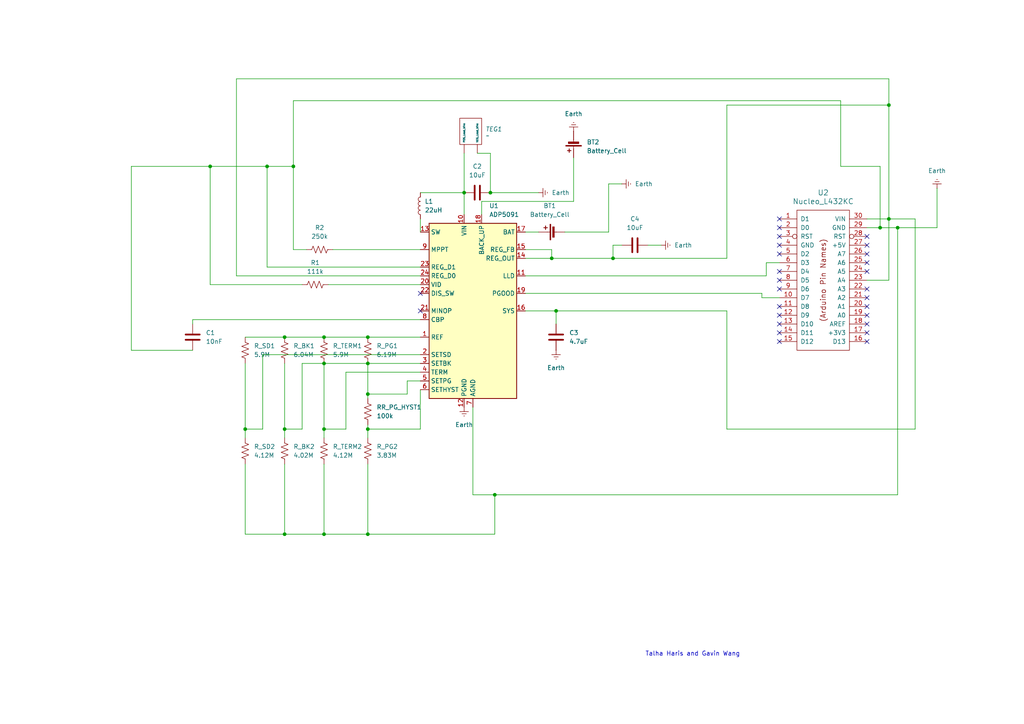
<source format=kicad_sch>
(kicad_sch (version 20231120) (generator "eeschema") (generator_version "8.0")
  (paper "A4")
  (lib_symbols
    (symbol "ADP5091_1"
      (property "Reference" "U" (at -10.16 26.67 0))
      (property "Value" "ADP5091" (at 7.62 26.67 0))
      (symbol "ADP5091_1_0_1"
        (rectangle (start 12.7 25.4) (end -12.7 -25.4) (stroke (width 0.254)) (fill (type background)))
      )
      (symbol "ADP5091_1_1_1"
        (pin passive line (at -15.24 -7.62 0) (length 2.54) (name "REF") (number "1"))
        (pin power_in line (at -2.54 27.94 270) (length 2.54) (name "VIN") (number "10"))
        (pin output line (at 15.24 10.16 180) (length 2.54) (name "LLD") (number "11"))
        (pin power_in line (at -2.54 -27.94 90) (length 2.54) (name "PGND") (number "12"))
        (pin power_in line (at -15.24 22.86 0) (length 2.54) (name "SW") (number "13"))
        (pin power_out line (at 15.24 15.24 180) (length 2.54) (name "REG_OUT") (number "14"))
        (pin power_out line (at 15.24 17.78 180) (length 2.54) (name "REG_FB") (number "15"))
        (pin power_out line (at 15.24 0 180) (length 2.54) (name "SYS") (number "16"))
        (pin power_out line (at 15.24 22.86 180) (length 2.54) (name "BAT") (number "17"))
        (pin power_in line (at 2.54 27.94 270) (length 2.54) (name "BACK_UP") (number "18"))
        (pin output line (at 15.24 5.08 180) (length 2.54) (name "PGOOD") (number "19"))
        (pin passive line (at -15.24 -12.7 0) (length 2.54) (name "SETSD") (number "2"))
        (pin input line (at -15.24 7.62 0) (length 2.54) (name "VID") (number "20"))
        (pin passive line (at -15.24 0 0) (length 2.54) (name "MINOP") (number "21"))
        (pin input line (at -15.24 5.08 0) (length 2.54) (name "DIS_SW") (number "22"))
        (pin input line (at -15.24 12.7 0) (length 2.54) (name "REG_D1") (number "23"))
        (pin input line (at -15.24 10.16 0) (length 2.54) (name "REG_D0") (number "24"))
        (pin passive line (at 0 -27.94 90) (length 2.54) hide (name "AGND") (number "25"))
        (pin passive line (at -15.24 -15.24 0) (length 2.54) (name "SETBK") (number "3"))
        (pin passive line (at -15.24 -17.78 0) (length 2.54) (name "TERM") (number "4"))
        (pin passive line (at -15.24 -20.32 0) (length 2.54) (name "SETPG") (number "5"))
        (pin passive line (at -15.24 -22.86 0) (length 2.54) (name "SETHYST") (number "6"))
        (pin power_in line (at 0 -27.94 90) (length 2.54) (name "AGND") (number "7"))
        (pin passive line (at -15.24 -2.54 0) (length 2.54) (name "CBP") (number "8"))
        (pin input line (at -15.24 17.78 0) (length 2.54) (name "MPPT") (number "9"))
      )
    )
    (symbol "Device:Battery_Cell" (pin_numbers hide) (pin_names (offset 0) hide)
      (property "Reference" "BT" (at 2.54 2.54 0))
      (property "Value" "Battery_Cell" (at 2.54 0 0))
      (symbol "Battery_Cell_0_1"
        (rectangle (start -2.286 1.778) (end 2.286 1.524) (fill (type outline)))
        (rectangle (start -1.524 1.016) (end 1.524 0.508) (fill (type outline)))
        (polyline (pts (xy 0 0.762) (xy 0 0)))
        (polyline (pts (xy 0 1.778) (xy 0 2.54)))
        (polyline (pts (xy 0.762 3.048) (xy 1.778 3.048)) (stroke (width 0.254)))
        (polyline (pts (xy 1.27 3.556) (xy 1.27 2.54)) (stroke (width 0.254)))
      )
      (symbol "Battery_Cell_1_1"
        (pin passive line (at 0 5.08 270) (length 2.54) (name "+") (number "1"))
        (pin passive line (at 0 -2.54 90) (length 2.54) (name "-") (number "2"))
      )
    )
    (symbol "Device:C" (pin_numbers hide) (pin_names (offset 0.254))
      (property "Reference" "C" (at 0.635 2.54 0))
      (property "Value" "C" (at 0.635 -2.54 0))
      (symbol "C_0_1"
        (polyline (pts (xy -2.032 -0.762) (xy 2.032 -0.762)) (stroke (width 0.508)))
        (polyline (pts (xy -2.032 0.762) (xy 2.032 0.762)) (stroke (width 0.508)))
      )
      (symbol "C_1_1"
        (pin passive line (at 0 3.81 270) (length 2.794) (name "~") (number "1"))
        (pin passive line (at 0 -3.81 90) (length 2.794) (name "~") (number "2"))
      )
    )
    (symbol "Device:L" (pin_numbers hide) (pin_names (offset 1.016) hide)
      (property "Reference" "L" (at -1.27 0 90))
      (property "Value" "L" (at 1.905 0 90))
      (symbol "L_0_1"
        (arc (start 0 -2.54) (mid 0.6323 -1.905) (end 0 -1.27))
        (arc (start 0 -1.27) (mid 0.6323 -0.635) (end 0 0))
        (arc (start 0 0) (mid 0.6323 0.635) (end 0 1.27))
        (arc (start 0 1.27) (mid 0.6323 1.905) (end 0 2.54))
      )
      (symbol "L_1_1"
        (pin passive line (at 0 3.81 270) (length 1.27) (name "1") (number "1"))
        (pin passive line (at 0 -3.81 90) (length 1.27) (name "2") (number "2"))
      )
    )
    (symbol "Device:R_US" (pin_numbers hide) (pin_names (offset 0))
      (property "Reference" "R" (at 2.54 0 90))
      (property "Value" "R_US" (at -2.54 0 90))
      (symbol "R_US_0_1"
        (polyline (pts (xy 0 -2.286) (xy 0 -2.54)))
        (polyline (pts (xy 0 2.286) (xy 0 2.54)))
        (polyline (pts (xy 0 -0.762) (xy 1.016 -1.143) (xy 0 -1.524) (xy -1.016 -1.905) (xy 0 -2.286)))
        (polyline (pts (xy 0 0.762) (xy 1.016 0.381) (xy 0 0) (xy -1.016 -0.381) (xy 0 -0.762)))
        (polyline (pts (xy 0 2.286) (xy 1.016 1.905) (xy 0 1.524) (xy -1.016 1.143) (xy 0 0.762)))
      )
      (symbol "R_US_1_1"
        (pin passive line (at 0 3.81 270) (length 1.27) (name "~") (number "1"))
        (pin passive line (at 0 -3.81 90) (length 1.27) (name "~") (number "2"))
      )
    )
    (symbol "GM250-127-14-10_1"
      (property "Reference" "TEG" (at 0 -0.254 0))
      (symbol "GM250-127-14-10_1_0_1"
        (rectangle (start -3.81 2.54) (end 3.81 -3.81))
      )
      (symbol "GM250-127-14-10_1_1_1"
        (pin output line (at -6.35 -2.54 0) (length 2.54) (name "NEG_Lead_Wire") (number ""))
        (pin output line (at -6.35 1.27 0) (length 2.54) (name "POS_Lead_Wire") (number ""))
      )
    )
    (symbol "MCU_Module:Nucleo_L432KC" (pin_names (offset 1.016))
      (property "Reference" "U" (at 0 -21.59 0))
      (property "Value" "Nucleo_L432KC" (at 0 21.59 0))
      (symbol "Nucleo_L432KC_0_0"
        (rectangle (start -7.62 20.32) (end 7.62 -20.32))
      )
      (symbol "Nucleo_L432KC_0_1"
        (text "(Arduino Pin Names)" (at 0 0 900) (effects (font (size 1.524 1.524))))
      )
      (symbol "Nucleo_L432KC_0_2"
        (text "(Nucleo Pin Names)" (at 0 0 900) (effects (font (size 1.524 1.524))))
      )
      (symbol "Nucleo_L432KC_1_1"
        (pin bidirectional line (at -12.7 17.78 0) (length 5.08) (name "D1") (number "1"))
        (pin bidirectional line (at -12.7 -5.08 0) (length 5.08) (name "D7") (number "10"))
        (pin bidirectional line (at -12.7 -7.62 0) (length 5.08) (name "D8") (number "11"))
        (pin bidirectional line (at -12.7 -10.16 0) (length 5.08) (name "D9") (number "12"))
        (pin bidirectional line (at -12.7 -12.7 0) (length 5.08) (name "D10") (number "13"))
        (pin bidirectional line (at -12.7 -15.24 0) (length 5.08) (name "D11") (number "14"))
        (pin bidirectional line (at -12.7 -17.78 0) (length 5.08) (name "D12") (number "15"))
        (pin bidirectional line (at 12.7 -17.78 180) (length 5.08) (name "D13") (number "16"))
        (pin power_out line (at 12.7 -15.24 180) (length 5.08) (name "+3V3") (number "17"))
        (pin input line (at 12.7 -12.7 180) (length 5.08) (name "AREF") (number "18"))
        (pin bidirectional line (at 12.7 -10.16 180) (length 5.08) (name "A0") (number "19"))
        (pin bidirectional line (at -12.7 15.24 0) (length 5.08) (name "D0") (number "2"))
        (pin bidirectional line (at 12.7 -7.62 180) (length 5.08) (name "A1") (number "20"))
        (pin bidirectional line (at 12.7 -5.08 180) (length 5.08) (name "A2") (number "21"))
        (pin bidirectional line (at 12.7 -2.54 180) (length 5.08) (name "A3") (number "22"))
        (pin bidirectional line (at 12.7 0 180) (length 5.08) (name "A4") (number "23"))
        (pin bidirectional line (at 12.7 2.54 180) (length 5.08) (name "A5") (number "24"))
        (pin bidirectional line (at 12.7 5.08 180) (length 5.08) (name "A6") (number "25"))
        (pin bidirectional line (at 12.7 7.62 180) (length 5.08) (name "A7") (number "26"))
        (pin power_out line (at 12.7 10.16 180) (length 5.08) (name "+5V") (number "27"))
        (pin input inverted (at 12.7 12.7 180) (length 5.08) (name "RST") (number "28"))
        (pin power_in line (at 12.7 15.24 180) (length 5.08) (name "GND") (number "29"))
        (pin input inverted (at -12.7 12.7 0) (length 5.08) (name "RST") (number "3"))
        (pin power_in line (at 12.7 17.78 180) (length 5.08) (name "VIN") (number "30"))
        (pin power_in line (at -12.7 10.16 0) (length 5.08) (name "GND") (number "4"))
        (pin bidirectional line (at -12.7 7.62 0) (length 5.08) (name "D2") (number "5"))
        (pin bidirectional line (at -12.7 5.08 0) (length 5.08) (name "D3") (number "6"))
        (pin bidirectional line (at -12.7 2.54 0) (length 5.08) (name "D4") (number "7"))
        (pin bidirectional line (at -12.7 0 0) (length 5.08) (name "D5") (number "8"))
        (pin bidirectional line (at -12.7 -2.54 0) (length 5.08) (name "D6") (number "9"))
      )
      (symbol "Nucleo_L432KC_1_2"
        (pin bidirectional line (at -12.7 17.78 0) (length 5.08) (name "PA9") (number "1"))
        (pin bidirectional line (at -12.7 -5.08 0) (length 5.08) (name "PC14") (number "10"))
        (pin bidirectional line (at -12.7 -7.62 0) (length 5.08) (name "PC15") (number "11"))
        (pin bidirectional line (at -12.7 -10.16 0) (length 5.08) (name "PA8") (number "12"))
        (pin bidirectional line (at -12.7 -12.7 0) (length 5.08) (name "PA11") (number "13"))
        (pin bidirectional line (at -12.7 -15.24 0) (length 5.08) (name "PB5") (number "14"))
        (pin bidirectional line (at -12.7 -17.78 0) (length 5.08) (name "PB4") (number "15"))
        (pin bidirectional line (at 12.7 -17.78 180) (length 5.08) (name "PB3") (number "16"))
        (pin power_out line (at 12.7 -15.24 180) (length 5.08) (name "+3V3") (number "17"))
        (pin input line (at 12.7 -12.7 180) (length 5.08) (name "AREF") (number "18"))
        (pin bidirectional line (at 12.7 -10.16 180) (length 5.08) (name "PA0") (number "19"))
        (pin bidirectional line (at -12.7 15.24 0) (length 5.08) (name "PA10") (number "2"))
        (pin bidirectional line (at 12.7 -7.62 180) (length 5.08) (name "PA1") (number "20"))
        (pin bidirectional line (at 12.7 -5.08 180) (length 5.08) (name "PA3") (number "21"))
        (pin bidirectional line (at 12.7 -2.54 180) (length 5.08) (name "PA4") (number "22"))
        (pin bidirectional line (at 12.7 0 180) (length 5.08) (name "PA5") (number "23"))
        (pin bidirectional line (at 12.7 2.54 180) (length 5.08) (name "PA6") (number "24"))
        (pin bidirectional line (at 12.7 5.08 180) (length 5.08) (name "PA7") (number "25"))
        (pin bidirectional line (at 12.7 7.62 180) (length 5.08) (name "PA2") (number "26"))
        (pin power_out line (at 12.7 10.16 180) (length 5.08) (name "+5V") (number "27"))
        (pin input inverted (at 12.7 12.7 180) (length 5.08) (name "RST") (number "28"))
        (pin power_in line (at 12.7 15.24 180) (length 5.08) (name "GND") (number "29"))
        (pin input inverted (at -12.7 12.7 0) (length 5.08) (name "RST") (number "3"))
        (pin power_in line (at 12.7 17.78 180) (length 5.08) (name "VIN") (number "30"))
        (pin power_in line (at -12.7 10.16 0) (length 5.08) (name "GND") (number "4"))
        (pin bidirectional line (at -12.7 7.62 0) (length 5.08) (name "PA12") (number "5"))
        (pin bidirectional line (at -12.7 5.08 0) (length 5.08) (name "PB0") (number "6"))
        (pin bidirectional line (at -12.7 2.54 0) (length 5.08) (name "PB7") (number "7"))
        (pin bidirectional line (at -12.7 0 0) (length 5.08) (name "PB6") (number "8"))
        (pin bidirectional line (at -12.7 -2.54 0) (length 5.08) (name "PB1") (number "9"))
      )
    )
    (symbol "power:Earth" (power) (pin_numbers hide) (pin_names (offset 0) hide)
      (property "Value" "Earth" (at 0 -3.81 0))
      (symbol "Earth_0_1"
        (polyline (pts (xy -0.635 -1.905) (xy 0.635 -1.905)))
        (polyline (pts (xy -0.127 -2.54) (xy 0.127 -2.54)))
        (polyline (pts (xy 0 -1.27) (xy 0 0)))
        (polyline (pts (xy 1.27 -1.27) (xy -1.27 -1.27)))
      )
      (symbol "Earth_1_1"
        (pin power_in line (at 0 0 270) (length 0) (name "~") (number "1"))
      )
    )
  )
  (junction (at 177.8 74.93))
  (junction (at 82.55 97.79))
  (junction (at 257.81 30.48))
  (junction (at 93.98 97.79))
  (junction (at 71.12 124.46))
  (junction (at 257.81 63.5))
  (junction (at 106.68 97.79))
  (junction (at 93.98 105.41))
  (junction (at 143.51 143.51))
  (junction (at 255.27 66.04))
  (junction (at 161.29 90.17))
  (junction (at 77.47 48.26))
  (junction (at 106.68 154.94))
  (junction (at 93.98 154.94))
  (junction (at 106.68 124.46))
  (junction (at 106.68 114.3))
  (junction (at 60.96 48.26))
  (junction (at 85.09 48.26))
  (junction (at 93.98 124.46))
  (junction (at 142.24 55.88))
  (junction (at 106.68 105.41))
  (junction (at 260.35 66.04))
  (junction (at 82.55 154.94))
  (junction (at 160.02 74.93))
  (junction (at 134.62 55.88))
  (junction (at 82.55 124.46))
  (no_connect (at 251.46 99.06))
  (no_connect (at 226.06 78.74))
  (no_connect (at 226.06 66.04))
  (no_connect (at 251.46 86.36))
  (no_connect (at 251.46 73.66))
  (no_connect (at 226.06 93.98))
  (no_connect (at 226.06 99.06))
  (no_connect (at 251.46 76.2))
  (no_connect (at 251.46 71.12))
  (no_connect (at 251.46 88.9))
  (no_connect (at 121.92 85.09))
  (no_connect (at 226.06 91.44))
  (no_connect (at 251.46 78.74))
  (no_connect (at 251.46 93.98))
  (no_connect (at 251.46 83.82))
  (no_connect (at 226.06 73.66))
  (no_connect (at 226.06 88.9))
  (no_connect (at 251.46 96.52))
  (no_connect (at 251.46 68.58))
  (no_connect (at 226.06 63.5))
  (no_connect (at 226.06 81.28))
  (no_connect (at 226.06 71.12))
  (no_connect (at 226.06 96.52))
  (no_connect (at 121.92 90.17))
  (no_connect (at 226.06 68.58))
  (no_connect (at 226.06 83.82))
  (no_connect (at 251.46 91.44))
  (wire (pts (xy 38.1 48.26) (xy 60.96 48.26)))
  (wire (pts (xy 106.68 124.46) (xy 121.92 124.46)))
  (wire (pts (xy 106.68 154.94) (xy 143.51 154.94)))
  (wire (pts (xy 77.47 77.47) (xy 77.47 48.26)))
  (wire (pts (xy 60.96 48.26) (xy 77.47 48.26)))
  (wire (pts (xy 76.2 102.87) (xy 121.92 102.87)))
  (wire (pts (xy 134.62 44.45) (xy 134.62 55.88)))
  (wire (pts (xy 210.82 30.48) (xy 257.81 30.48)))
  (wire (pts (xy 177.8 71.12) (xy 177.8 74.93)))
  (wire (pts (xy 152.4 85.09) (xy 220.98 85.09)))
  (wire (pts (xy 106.68 97.79) (xy 121.92 97.79)))
  (wire (pts (xy 77.47 48.26) (xy 85.09 48.26)))
  (wire (pts (xy 93.98 124.46) (xy 93.98 127)))
  (wire (pts (xy 176.53 53.34) (xy 180.34 53.34)))
  (wire (pts (xy 177.8 74.93) (xy 210.82 74.93)))
  (wire (pts (xy 87.63 105.41) (xy 93.98 105.41)))
  (wire (pts (xy 271.78 54.61) (xy 271.78 66.04)))
  (wire (pts (xy 139.7 62.23) (xy 139.7 58.42)))
  (wire (pts (xy 82.55 105.41) (xy 82.55 124.46)))
  (wire (pts (xy 60.96 82.55) (xy 60.96 48.26)))
  (wire (pts (xy 142.24 44.45) (xy 142.24 55.88)))
  (wire (pts (xy 106.68 123.19) (xy 106.68 124.46)))
  (wire (pts (xy 118.11 114.3) (xy 106.68 114.3)))
  (wire (pts (xy 93.98 154.94) (xy 106.68 154.94)))
  (wire (pts (xy 118.11 110.49) (xy 118.11 114.3)))
  (wire (pts (xy 260.35 66.04) (xy 271.78 66.04)))
  (wire (pts (xy 76.2 124.46) (xy 76.2 102.87)))
  (wire (pts (xy 95.25 82.55) (xy 121.92 82.55)))
  (wire (pts (xy 255.27 66.04) (xy 251.46 66.04)))
  (wire (pts (xy 142.24 55.88) (xy 156.21 55.88)))
  (wire (pts (xy 143.51 154.94) (xy 143.51 143.51)))
  (wire (pts (xy 143.51 143.51) (xy 260.35 143.51)))
  (wire (pts (xy 71.12 154.94) (xy 82.55 154.94)))
  (wire (pts (xy 93.98 105.41) (xy 93.98 124.46)))
  (wire (pts (xy 260.35 143.51) (xy 260.35 66.04)))
  (wire (pts (xy 85.09 29.21) (xy 243.84 29.21)))
  (wire (pts (xy 71.12 97.79) (xy 82.55 97.79)))
  (wire (pts (xy 161.29 90.17) (xy 210.82 90.17)))
  (wire (pts (xy 137.16 118.11) (xy 137.16 143.51)))
  (wire (pts (xy 222.25 76.2) (xy 226.06 76.2)))
  (wire (pts (xy 138.43 44.45) (xy 142.24 44.45)))
  (wire (pts (xy 82.55 154.94) (xy 93.98 154.94)))
  (wire (pts (xy 176.53 67.31) (xy 176.53 53.34)))
  (wire (pts (xy 187.96 71.12) (xy 191.77 71.12)))
  (wire (pts (xy 68.58 80.01) (xy 68.58 22.86)))
  (wire (pts (xy 139.7 58.42) (xy 166.37 58.42)))
  (wire (pts (xy 93.98 105.41) (xy 106.68 105.41)))
  (wire (pts (xy 257.81 22.86) (xy 257.81 30.48)))
  (wire (pts (xy 87.63 105.41) (xy 87.63 124.46)))
  (wire (pts (xy 85.09 72.39) (xy 88.9 72.39)))
  (wire (pts (xy 93.98 97.79) (xy 82.55 97.79)))
  (wire (pts (xy 106.68 105.41) (xy 121.92 105.41)))
  (wire (pts (xy 68.58 22.86) (xy 257.81 22.86)))
  (wire (pts (xy 152.4 72.39) (xy 160.02 72.39)))
  (wire (pts (xy 100.33 107.95) (xy 100.33 124.46)))
  (wire (pts (xy 163.83 67.31) (xy 176.53 67.31)))
  (wire (pts (xy 71.12 124.46) (xy 71.12 127)))
  (wire (pts (xy 85.09 48.26) (xy 85.09 29.21)))
  (wire (pts (xy 161.29 90.17) (xy 161.29 93.98)))
  (wire (pts (xy 243.84 48.26) (xy 255.27 48.26)))
  (wire (pts (xy 121.92 110.49) (xy 118.11 110.49)))
  (wire (pts (xy 121.92 63.5) (xy 121.92 67.31)))
  (wire (pts (xy 220.98 85.09) (xy 220.98 86.36)))
  (wire (pts (xy 222.25 80.01) (xy 222.25 76.2)))
  (wire (pts (xy 121.92 55.88) (xy 134.62 55.88)))
  (wire (pts (xy 220.98 86.36) (xy 226.06 86.36)))
  (wire (pts (xy 96.52 72.39) (xy 121.92 72.39)))
  (wire (pts (xy 77.47 77.47) (xy 121.92 77.47)))
  (wire (pts (xy 100.33 124.46) (xy 93.98 124.46)))
  (wire (pts (xy 55.88 92.71) (xy 121.92 92.71)))
  (wire (pts (xy 38.1 101.6) (xy 38.1 48.26)))
  (wire (pts (xy 152.4 80.01) (xy 222.25 80.01)))
  (wire (pts (xy 152.4 74.93) (xy 160.02 74.93)))
  (wire (pts (xy 106.68 105.41) (xy 106.68 114.3)))
  (wire (pts (xy 210.82 124.46) (xy 265.43 124.46)))
  (wire (pts (xy 257.81 63.5) (xy 257.81 81.28)))
  (wire (pts (xy 93.98 134.62) (xy 93.98 154.94)))
  (wire (pts (xy 71.12 134.62) (xy 71.12 154.94)))
  (wire (pts (xy 166.37 45.72) (xy 166.37 58.42)))
  (wire (pts (xy 121.92 80.01) (xy 68.58 80.01)))
  (wire (pts (xy 87.63 124.46) (xy 82.55 124.46)))
  (wire (pts (xy 85.09 48.26) (xy 85.09 72.39)))
  (wire (pts (xy 255.27 66.04) (xy 260.35 66.04)))
  (wire (pts (xy 82.55 124.46) (xy 82.55 127)))
  (wire (pts (xy 106.68 114.3) (xy 106.68 115.57)))
  (wire (pts (xy 60.96 82.55) (xy 87.63 82.55)))
  (wire (pts (xy 55.88 101.6) (xy 38.1 101.6)))
  (wire (pts (xy 257.81 81.28) (xy 251.46 81.28)))
  (wire (pts (xy 152.4 90.17) (xy 161.29 90.17)))
  (wire (pts (xy 160.02 72.39) (xy 160.02 74.93)))
  (wire (pts (xy 121.92 124.46) (xy 121.92 113.03)))
  (wire (pts (xy 82.55 134.62) (xy 82.55 154.94)))
  (wire (pts (xy 71.12 105.41) (xy 71.12 124.46)))
  (wire (pts (xy 106.68 134.62) (xy 106.68 154.94)))
  (wire (pts (xy 177.8 71.12) (xy 180.34 71.12)))
  (wire (pts (xy 160.02 74.93) (xy 177.8 74.93)))
  (wire (pts (xy 255.27 48.26) (xy 255.27 66.04)))
  (wire (pts (xy 243.84 29.21) (xy 243.84 48.26)))
  (wire (pts (xy 134.62 55.88) (xy 134.62 62.23)))
  (wire (pts (xy 210.82 90.17) (xy 210.82 124.46)))
  (wire (pts (xy 265.43 63.5) (xy 265.43 124.46)))
  (wire (pts (xy 251.46 63.5) (xy 257.81 63.5)))
  (wire (pts (xy 137.16 143.51) (xy 143.51 143.51)))
  (wire (pts (xy 93.98 97.79) (xy 106.68 97.79)))
  (wire (pts (xy 257.81 30.48) (xy 257.81 63.5)))
  (wire (pts (xy 121.92 107.95) (xy 100.33 107.95)))
  (wire (pts (xy 55.88 92.71) (xy 55.88 93.98)))
  (wire (pts (xy 71.12 124.46) (xy 76.2 124.46)))
  (wire (pts (xy 210.82 74.93) (xy 210.82 30.48)))
  (wire (pts (xy 257.81 63.5) (xy 265.43 63.5)))
  (wire (pts (xy 152.4 67.31) (xy 156.21 67.31)))
  (wire (pts (xy 106.68 124.46) (xy 106.68 127)))
  (text "Talha Haris and Gavin Wang" (at 200.914 189.738 0) (effects (font (size 1.27 1.27))))
  (symbol (lib_id "Device:R_US") (at 106.68 130.81 0) (unit 1)
    (property "Reference" "R_PG2" (at 109.22 129.5399 0) (effects (justify left)))
    (property "Value" "3.83M" (at 109.22 132.0799 0) (effects (justify left)))
    (property "Description" "Resistor, US symbol" (effects (hide yes)))
  )
  (symbol (lib_id "MCU_Module:Nucleo_L432KC") (at 238.76 81.28 0) (unit 1)
    (property "Reference" "U2" (at 238.76 55.88 0) (effects (font (size 1.524 1.524))))
    (property "Value" "Nucleo_L432KC" (at 238.76 58.42 0) (effects (font (size 1.524 1.524))))
  )
  (symbol (lib_id "power:Earth") (at 180.34 53.34 90) (unit 1)
    (property "Reference" "#PWR05" (effects (hide yes)))
    (property "Value" "Earth" (at 184.15 53.3399 90) (effects (justify right)))
    (property "Description" "Power symbol creates a global label with name \"Earth\"" (effects (hide yes)))
  )
  (symbol (lib_id "power:Earth") (at 271.78 54.61 180) (unit 1)
    (property "Reference" "#PWR07" (effects (hide yes)))
    (property "Value" "Earth" (at 271.78 49.53 0))
    (property "Description" "Power symbol creates a global label with name \"Earth\"" (effects (hide yes)))
  )
  (symbol (lib_id "Device:R_US") (at 93.98 101.6 0) (unit 1)
    (property "Reference" "R_TERM1" (at 96.52 100.3299 0) (effects (justify left)))
    (property "Value" "5.9M" (at 96.52 102.8699 0) (effects (justify left)))
    (property "Description" "Resistor, US symbol" (effects (hide yes)))
  )
  (symbol (lib_id "power:Earth") (at 156.21 55.88 90) (unit 1)
    (property "Reference" "#PWR02" (effects (hide yes)))
    (property "Value" "Earth" (at 160.02 55.8799 90) (effects (justify right)))
    (property "Description" "Power symbol creates a global label with name \"Earth\"" (effects (hide yes)))
  )
  (symbol (lib_id "Device:C") (at 138.43 55.88 90) (unit 1)
    (property "Reference" "C2" (at 138.43 48.26 90))
    (property "Value" "10uF" (at 138.43 50.8 90))
    (property "Description" "Unpolarized capacitor" (effects (hide yes)))
  )
  (symbol (lib_id "Device:R_US") (at 71.12 101.6 0) (unit 1)
    (property "Reference" "R_SD1" (at 73.66 100.3299 0) (effects (justify left)))
    (property "Value" "5.9M" (at 73.66 102.8699 0) (effects (justify left)))
    (property "Description" "Resistor, US symbol" (effects (hide yes)))
  )
  (symbol (lib_id "power:Earth") (at 191.77 71.12 90) (unit 1)
    (property "Reference" "#PWR06" (effects (hide yes)))
    (property "Value" "Earth" (at 195.58 71.1199 90) (effects (justify right)))
    (property "Description" "Power symbol creates a global label with name \"Earth\"" (effects (hide yes)))
  )
  (symbol (lib_id "Device:R_US") (at 92.71 72.39 90) (unit 1)
    (property "Reference" "R2" (at 92.71 66.04 90))
    (property "Value" "250k" (at 92.71 68.58 90))
    (property "Description" "Resistor, US symbol" (effects (hide yes)))
  )
  (symbol (lib_id "Device:Battery_Cell") (at 161.29 67.31 90) (unit 1)
    (property "Reference" "BT1" (at 159.4485 59.69 90))
    (property "Value" "Battery_Cell" (at 159.4485 62.23 90))
    (property "Description" "Single-cell battery" (effects (hide yes)))
  )
  (symbol (lib_id "power:Earth") (at 161.29 101.6 0) (unit 1)
    (property "Reference" "#PWR03" (effects (hide yes)))
    (property "Value" "Earth" (at 161.29 106.68 0))
    (property "Description" "Power symbol creates a global label with name \"Earth\"" (effects (hide yes)))
  )
  (symbol (lib_id "Device:R_US") (at 91.44 82.55 90) (unit 1)
    (property "Reference" "R1" (at 91.44 76.2 90))
    (property "Value" "111k" (at 91.44 78.74 90))
    (property "Description" "Resistor, US symbol" (effects (hide yes)))
  )
  (symbol (lib_name "GM250-127-14-10_1") (lib_id "Energy Harvester:GM250-127-14-10") (at 135.89 38.1 90) (unit 1)
    (property "Reference" "TEG1" (at 140.97 37.4649 90) (effects (font (italic yes)) (justify right)))
    (property "Value" "~" (at 140.97 39.37 90) (effects (font (italic yes)) (justify right)))
  )
  (symbol (lib_id "Device:R_US") (at 82.55 101.6 0) (unit 1)
    (property "Reference" "R_BK1" (at 85.09 100.3299 0) (effects (justify left)))
    (property "Value" "6.04M" (at 85.09 102.8699 0) (effects (justify left)))
    (property "Description" "Resistor, US symbol" (effects (hide yes)))
  )
  (symbol (lib_id "Device:R_US") (at 106.68 119.38 0) (unit 1)
    (property "Reference" "RR_PG_HYST1" (at 109.22 118.1099 0) (effects (justify left)))
    (property "Value" "100k" (at 109.22 120.6499 0) (effects (justify left)))
    (property "Description" "Resistor, US symbol" (effects (hide yes)))
  )
  (symbol (lib_id "Device:Battery_Cell") (at 166.37 40.64 180) (unit 1)
    (property "Reference" "BT2" (at 170.18 41.2114 0) (effects (justify right)))
    (property "Value" "Battery_Cell" (at 170.18 43.7514 0) (effects (justify right)))
    (property "Description" "Single-cell battery" (effects (hide yes)))
  )
  (symbol (lib_id "power:Earth") (at 134.62 118.11 0) (unit 1)
    (property "Reference" "#PWR01" (effects (hide yes)))
    (property "Value" "Earth" (at 134.62 123.19 0))
    (property "Description" "Power symbol creates a global label with name \"Earth\"" (effects (hide yes)))
  )
  (symbol (lib_id "Device:R_US") (at 93.98 130.81 0) (unit 1)
    (property "Reference" "R_TERM2" (at 96.52 129.5399 0) (effects (justify left)))
    (property "Value" "4.12M" (at 96.52 132.0799 0) (effects (justify left)))
    (property "Description" "Resistor, US symbol" (effects (hide yes)))
  )
  (symbol (lib_id "Device:R_US") (at 106.68 101.6 0) (unit 1)
    (property "Reference" "R_PG1" (at 109.22 100.3299 0) (effects (justify left)))
    (property "Value" "6.19M" (at 109.22 102.8699 0) (effects (justify left)))
    (property "Description" "Resistor, US symbol" (effects (hide yes)))
  )
  (symbol (lib_id "Device:L") (at 121.92 59.69 180) (unit 1)
    (property "Reference" "L1" (at 123.19 58.4199 0) (effects (justify right)))
    (property "Value" "22uH" (at 123.19 60.9599 0) (effects (justify right)))
    (property "Description" "Inductor" (effects (hide yes)))
  )
  (symbol (lib_id "power:Earth") (at 166.37 38.1 180) (unit 1)
    (property "Reference" "#PWR04" (effects (hide yes)))
    (property "Value" "Earth" (at 166.37 33.02 0))
    (property "Description" "Power symbol creates a global label with name \"Earth\"" (effects (hide yes)))
  )
  (symbol (lib_id "Device:C") (at 161.29 97.79 0) (unit 1)
    (property "Reference" "C3" (at 165.1 96.5199 0) (effects (justify left)))
    (property "Value" "4.7uF" (at 165.1 99.0599 0) (effects (justify left)))
    (property "Description" "Unpolarized capacitor" (effects (hide yes)))
  )
  (symbol (lib_id "Device:R_US") (at 71.12 130.81 0) (unit 1)
    (property "Reference" "R_SD2" (at 73.66 129.5399 0) (effects (justify left)))
    (property "Value" "4.12M" (at 73.66 132.0799 0) (effects (justify left)))
    (property "Description" "Resistor, US symbol" (effects (hide yes)))
  )
  (symbol (lib_id "Device:C") (at 184.15 71.12 90) (unit 1)
    (property "Reference" "C4" (at 184.15 63.5 90))
    (property "Value" "10uF" (at 184.15 66.04 90))
    (property "Description" "Unpolarized capacitor" (effects (hide yes)))
  )
  (symbol (lib_id "Device:R_US") (at 82.55 130.81 0) (unit 1)
    (property "Reference" "R_BK2" (at 85.09 129.5399 0) (effects (justify left)))
    (property "Value" "4.02M" (at 85.09 132.0799 0) (effects (justify left)))
    (property "Description" "Resistor, US symbol" (effects (hide yes)))
  )
  (symbol (lib_name "ADP5091_1") (lib_id "Battery_Management:ADP5091") (at 137.16 90.17 0) (unit 1)
    (property "Reference" "U1" (at 141.8941 59.69 0) (effects (justify left)))
    (property "Value" "ADP5091" (at 141.8941 62.23 0) (effects (justify left)))
    (property "Footprint" "Package_CSP:LFCSP-24-1EP_4x4mm_P0.5mm_EP2.3x2.3mm" (effects (hide yes)))
    (property "Datasheet" "https://www.analog.com/media/en/technical-documentation/data-sheets/ADP5091-5092.pdf" (effects (hide yes)))
    (property "Description" "Ultralow Power Energy Harvester PMUs with MPPT and Charge Management, LFCSP-24" (effects (hide yes)))
  )
  (symbol (lib_id "Device:C") (at 55.88 97.79 0) (unit 1)
    (property "Reference" "C1" (at 59.69 96.5199 0) (effects (justify left)))
    (property "Value" "10nF" (at 59.69 99.0599 0) (effects (justify left)))
    (property "Description" "Unpolarized capacitor" (effects (hide yes)))
  )
)
</source>
